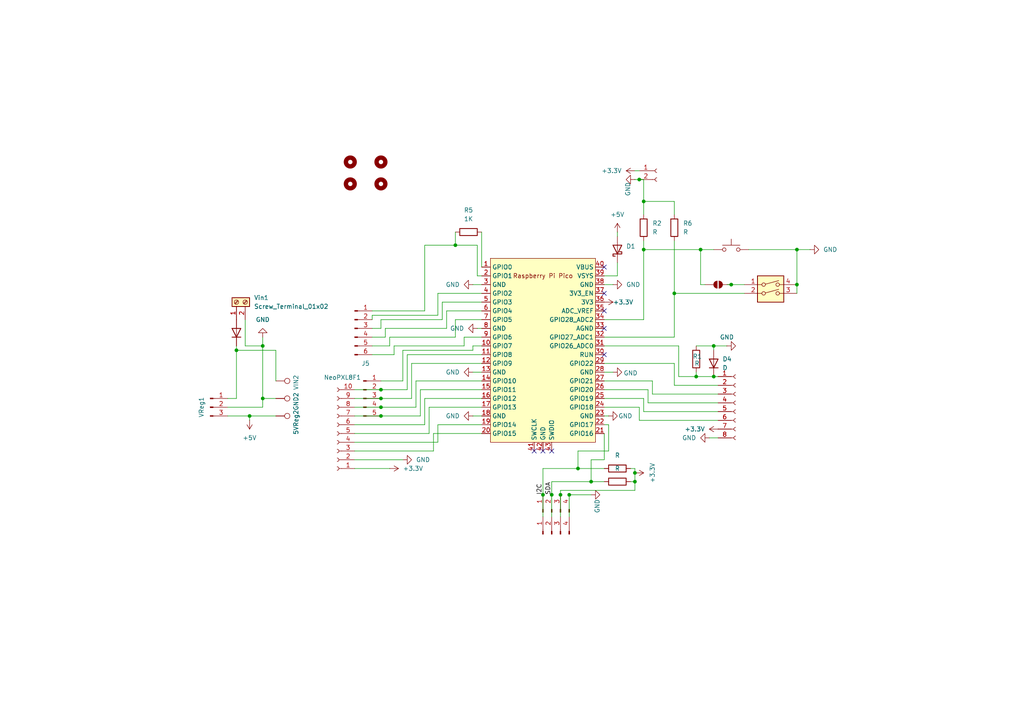
<source format=kicad_sch>
(kicad_sch (version 20250114) (generator "eeschema") (generator_version "9.0")
  (paper "A4")
  (lib_symbols
    (symbol "Connector:Conn_01x02_Socket" (pin_names (offset 1.016) (hide yes))
      (property "Reference" "J" (at 0 2.54 0))
      (property "Value" "Conn_01x02_Socket" (at 0 -5.08 0))
      (symbol "Conn_01x02_Socket_1_1"
        (polyline (pts (xy -1.27 0) (xy -0.508 0)) (stroke (width 0.1524)))
        (polyline (pts (xy -1.27 -2.54) (xy -0.508 -2.54)) (stroke (width 0.1524)))
        (arc (start 0 -0.508) (mid -0.5058 0) (end 0 0.508) (stroke (width 0.1524)))
        (arc (start 0 -3.048) (mid -0.5058 -2.54) (end 0 -2.032) (stroke (width 0.1524)))
        (pin passive line (at -5.08 0 0) (length 3.81) (name "Pin_1") (number "1"))
        (pin passive line (at -5.08 -2.54 0) (length 3.81) (name "Pin_2") (number "2"))
      )
    )
    (symbol "Connector:Conn_01x03_Pin" (pin_names (offset 1.016) (hide yes))
      (property "Reference" "J" (at 0 5.08 0))
      (property "Value" "Conn_01x03_Pin" (at 0 -5.08 0))
      (symbol "Conn_01x03_Pin_1_1"
        (rectangle (start 0.8636 2.667) (end 0 2.413) (stroke (width 0.1524)) (fill (type outline)))
        (rectangle (start 0.8636 0.127) (end 0 -0.127) (stroke (width 0.1524)) (fill (type outline)))
        (rectangle (start 0.8636 -2.413) (end 0 -2.667) (stroke (width 0.1524)) (fill (type outline)))
        (polyline (pts (xy 1.27 2.54) (xy 0.8636 2.54)) (stroke (width 0.1524)))
        (polyline (pts (xy 1.27 0) (xy 0.8636 0)) (stroke (width 0.1524)))
        (polyline (pts (xy 1.27 -2.54) (xy 0.8636 -2.54)) (stroke (width 0.1524)))
        (pin passive line (at 5.08 2.54 180) (length 3.81) (name "Pin_1") (number "1"))
        (pin passive line (at 5.08 0 180) (length 3.81) (name "Pin_2") (number "2"))
        (pin passive line (at 5.08 -2.54 180) (length 3.81) (name "Pin_3") (number "3"))
      )
    )
    (symbol "Connector:Conn_01x04_Pin" (pin_names (offset 1.016) (hide yes))
      (property "Reference" "J" (at 0 5.08 0))
      (property "Value" "Conn_01x04_Pin" (at 0 -7.62 0))
      (symbol "Conn_01x04_Pin_1_1"
        (rectangle (start 0.8636 2.667) (end 0 2.413) (stroke (width 0.1524)) (fill (type outline)))
        (rectangle (start 0.8636 0.127) (end 0 -0.127) (stroke (width 0.1524)) (fill (type outline)))
        (rectangle (start 0.8636 -2.413) (end 0 -2.667) (stroke (width 0.1524)) (fill (type outline)))
        (rectangle (start 0.8636 -4.953) (end 0 -5.207) (stroke (width 0.1524)) (fill (type outline)))
        (polyline (pts (xy 1.27 2.54) (xy 0.8636 2.54)) (stroke (width 0.1524)))
        (polyline (pts (xy 1.27 0) (xy 0.8636 0)) (stroke (width 0.1524)))
        (polyline (pts (xy 1.27 -2.54) (xy 0.8636 -2.54)) (stroke (width 0.1524)))
        (polyline (pts (xy 1.27 -5.08) (xy 0.8636 -5.08)) (stroke (width 0.1524)))
        (pin passive line (at 5.08 2.54 180) (length 3.81) (name "Pin_1") (number "1"))
        (pin passive line (at 5.08 0 180) (length 3.81) (name "Pin_2") (number "2"))
        (pin passive line (at 5.08 -2.54 180) (length 3.81) (name "Pin_3") (number "3"))
        (pin passive line (at 5.08 -5.08 180) (length 3.81) (name "Pin_4") (number "4"))
      )
    )
    (symbol "Connector:Conn_01x05_Pin" (pin_names (offset 1.016) (hide yes))
      (property "Reference" "J" (at 0 7.62 0))
      (property "Value" "Conn_01x05_Pin" (at 0 -7.62 0))
      (symbol "Conn_01x05_Pin_1_1"
        (rectangle (start 0.8636 5.207) (end 0 4.953) (stroke (width 0.1524)) (fill (type outline)))
        (rectangle (start 0.8636 2.667) (end 0 2.413) (stroke (width 0.1524)) (fill (type outline)))
        (rectangle (start 0.8636 0.127) (end 0 -0.127) (stroke (width 0.1524)) (fill (type outline)))
        (rectangle (start 0.8636 -2.413) (end 0 -2.667) (stroke (width 0.1524)) (fill (type outline)))
        (rectangle (start 0.8636 -4.953) (end 0 -5.207) (stroke (width 0.1524)) (fill (type outline)))
        (polyline (pts (xy 1.27 5.08) (xy 0.8636 5.08)) (stroke (width 0.1524)))
        (polyline (pts (xy 1.27 2.54) (xy 0.8636 2.54)) (stroke (width 0.1524)))
        (polyline (pts (xy 1.27 0) (xy 0.8636 0)) (stroke (width 0.1524)))
        (polyline (pts (xy 1.27 -2.54) (xy 0.8636 -2.54)) (stroke (width 0.1524)))
        (polyline (pts (xy 1.27 -5.08) (xy 0.8636 -5.08)) (stroke (width 0.1524)))
        (pin passive line (at 5.08 5.08 180) (length 3.81) (name "Pin_1") (number "1"))
        (pin passive line (at 5.08 2.54 180) (length 3.81) (name "Pin_2") (number "2"))
        (pin passive line (at 5.08 0 180) (length 3.81) (name "Pin_3") (number "3"))
        (pin passive line (at 5.08 -2.54 180) (length 3.81) (name "Pin_4") (number "4"))
        (pin passive line (at 5.08 -5.08 180) (length 3.81) (name "Pin_5") (number "5"))
      )
    )
    (symbol "Connector:Conn_01x06_Pin" (pin_names (offset 1.016) (hide yes))
      (property "Reference" "J" (at 0 7.62 0))
      (property "Value" "Conn_01x06_Pin" (at 0 -10.16 0))
      (symbol "Conn_01x06_Pin_1_1"
        (rectangle (start 0.8636 5.207) (end 0 4.953) (stroke (width 0.1524)) (fill (type outline)))
        (rectangle (start 0.8636 2.667) (end 0 2.413) (stroke (width 0.1524)) (fill (type outline)))
        (rectangle (start 0.8636 0.127) (end 0 -0.127) (stroke (width 0.1524)) (fill (type outline)))
        (rectangle (start 0.8636 -2.413) (end 0 -2.667) (stroke (width 0.1524)) (fill (type outline)))
        (rectangle (start 0.8636 -4.953) (end 0 -5.207) (stroke (width 0.1524)) (fill (type outline)))
        (rectangle (start 0.8636 -7.493) (end 0 -7.747) (stroke (width 0.1524)) (fill (type outline)))
        (polyline (pts (xy 1.27 5.08) (xy 0.8636 5.08)) (stroke (width 0.1524)))
        (polyline (pts (xy 1.27 2.54) (xy 0.8636 2.54)) (stroke (width 0.1524)))
        (polyline (pts (xy 1.27 0) (xy 0.8636 0)) (stroke (width 0.1524)))
        (polyline (pts (xy 1.27 -2.54) (xy 0.8636 -2.54)) (stroke (width 0.1524)))
        (polyline (pts (xy 1.27 -5.08) (xy 0.8636 -5.08)) (stroke (width 0.1524)))
        (polyline (pts (xy 1.27 -7.62) (xy 0.8636 -7.62)) (stroke (width 0.1524)))
        (pin passive line (at 5.08 5.08 180) (length 3.81) (name "Pin_1") (number "1"))
        (pin passive line (at 5.08 2.54 180) (length 3.81) (name "Pin_2") (number "2"))
        (pin passive line (at 5.08 0 180) (length 3.81) (name "Pin_3") (number "3"))
        (pin passive line (at 5.08 -2.54 180) (length 3.81) (name "Pin_4") (number "4"))
        (pin passive line (at 5.08 -5.08 180) (length 3.81) (name "Pin_5") (number "5"))
        (pin passive line (at 5.08 -7.62 180) (length 3.81) (name "Pin_6") (number "6"))
      )
    )
    (symbol "Connector:Conn_01x08_Socket" (pin_names (offset 1.016) (hide yes))
      (property "Reference" "J" (at 0 10.16 0))
      (property "Value" "Conn_01x08_Socket" (at 0 -12.7 0))
      (symbol "Conn_01x08_Socket_1_1"
        (polyline (pts (xy -1.27 7.62) (xy -0.508 7.62)) (stroke (width 0.1524)))
        (polyline (pts (xy -1.27 5.08) (xy -0.508 5.08)) (stroke (width 0.1524)))
        (polyline (pts (xy -1.27 2.54) (xy -0.508 2.54)) (stroke (width 0.1524)))
        (polyline (pts (xy -1.27 0) (xy -0.508 0)) (stroke (width 0.1524)))
        (polyline (pts (xy -1.27 -2.54) (xy -0.508 -2.54)) (stroke (width 0.1524)))
        (polyline (pts (xy -1.27 -5.08) (xy -0.508 -5.08)) (stroke (width 0.1524)))
        (polyline (pts (xy -1.27 -7.62) (xy -0.508 -7.62)) (stroke (width 0.1524)))
        (polyline (pts (xy -1.27 -10.16) (xy -0.508 -10.16)) (stroke (width 0.1524)))
        (arc (start 0 7.112) (mid -0.5058 7.62) (end 0 8.128) (stroke (width 0.1524)))
        (arc (start 0 4.572) (mid -0.5058 5.08) (end 0 5.588) (stroke (width 0.1524)))
        (arc (start 0 2.032) (mid -0.5058 2.54) (end 0 3.048) (stroke (width 0.1524)))
        (arc (start 0 -0.508) (mid -0.5058 0) (end 0 0.508) (stroke (width 0.1524)))
        (arc (start 0 -3.048) (mid -0.5058 -2.54) (end 0 -2.032) (stroke (width 0.1524)))
        (arc (start 0 -5.588) (mid -0.5058 -5.08) (end 0 -4.572) (stroke (width 0.1524)))
        (arc (start 0 -8.128) (mid -0.5058 -7.62) (end 0 -7.112) (stroke (width 0.1524)))
        (arc (start 0 -10.668) (mid -0.5058 -10.16) (end 0 -9.652) (stroke (width 0.1524)))
        (pin passive line (at -5.08 7.62 0) (length 3.81) (name "Pin_1") (number "1"))
        (pin passive line (at -5.08 5.08 0) (length 3.81) (name "Pin_2") (number "2"))
        (pin passive line (at -5.08 2.54 0) (length 3.81) (name "Pin_3") (number "3"))
        (pin passive line (at -5.08 0 0) (length 3.81) (name "Pin_4") (number "4"))
        (pin passive line (at -5.08 -2.54 0) (length 3.81) (name "Pin_5") (number "5"))
        (pin passive line (at -5.08 -5.08 0) (length 3.81) (name "Pin_6") (number "6"))
        (pin passive line (at -5.08 -7.62 0) (length 3.81) (name "Pin_7") (number "7"))
        (pin passive line (at -5.08 -10.16 0) (length 3.81) (name "Pin_8") (number "8"))
      )
    )
    (symbol "Connector:Conn_01x10_Socket" (pin_names (offset 1.016) (hide yes))
      (property "Reference" "J" (at 0 12.7 0))
      (property "Value" "Conn_01x10_Socket" (at 0 -15.24 0))
      (symbol "Conn_01x10_Socket_1_1"
        (polyline (pts (xy -1.27 10.16) (xy -0.508 10.16)) (stroke (width 0.1524)))
        (polyline (pts (xy -1.27 7.62) (xy -0.508 7.62)) (stroke (width 0.1524)))
        (polyline (pts (xy -1.27 5.08) (xy -0.508 5.08)) (stroke (width 0.1524)))
        (polyline (pts (xy -1.27 2.54) (xy -0.508 2.54)) (stroke (width 0.1524)))
        (polyline (pts (xy -1.27 0) (xy -0.508 0)) (stroke (width 0.1524)))
        (polyline (pts (xy -1.27 -2.54) (xy -0.508 -2.54)) (stroke (width 0.1524)))
        (polyline (pts (xy -1.27 -5.08) (xy -0.508 -5.08)) (stroke (width 0.1524)))
        (polyline (pts (xy -1.27 -7.62) (xy -0.508 -7.62)) (stroke (width 0.1524)))
        (polyline (pts (xy -1.27 -10.16) (xy -0.508 -10.16)) (stroke (width 0.1524)))
        (polyline (pts (xy -1.27 -12.7) (xy -0.508 -12.7)) (stroke (width 0.1524)))
        (arc (start 0 9.652) (mid -0.5058 10.16) (end 0 10.668) (stroke (width 0.1524)))
        (arc (start 0 7.112) (mid -0.5058 7.62) (end 0 8.128) (stroke (width 0.1524)))
        (arc (start 0 4.572) (mid -0.5058 5.08) (end 0 5.588) (stroke (width 0.1524)))
        (arc (start 0 2.032) (mid -0.5058 2.54) (end 0 3.048) (stroke (width 0.1524)))
        (arc (start 0 -0.508) (mid -0.5058 0) (end 0 0.508) (stroke (width 0.1524)))
        (arc (start 0 -3.048) (mid -0.5058 -2.54) (end 0 -2.032) (stroke (width 0.1524)))
        (arc (start 0 -5.588) (mid -0.5058 -5.08) (end 0 -4.572) (stroke (width 0.1524)))
        (arc (start 0 -8.128) (mid -0.5058 -7.62) (end 0 -7.112) (stroke (width 0.1524)))
        (arc (start 0 -10.668) (mid -0.5058 -10.16) (end 0 -9.652) (stroke (width 0.1524)))
        (arc (start 0 -13.208) (mid -0.5058 -12.7) (end 0 -12.192) (stroke (width 0.1524)))
        (pin passive line (at -5.08 10.16 0) (length 3.81) (name "Pin_1") (number "1"))
        (pin passive line (at -5.08 7.62 0) (length 3.81) (name "Pin_2") (number "2"))
        (pin passive line (at -5.08 5.08 0) (length 3.81) (name "Pin_3") (number "3"))
        (pin passive line (at -5.08 2.54 0) (length 3.81) (name "Pin_4") (number "4"))
        (pin passive line (at -5.08 0 0) (length 3.81) (name "Pin_5") (number "5"))
        (pin passive line (at -5.08 -2.54 0) (length 3.81) (name "Pin_6") (number "6"))
        (pin passive line (at -5.08 -5.08 0) (length 3.81) (name "Pin_7") (number "7"))
        (pin passive line (at -5.08 -7.62 0) (length 3.81) (name "Pin_8") (number "8"))
        (pin passive line (at -5.08 -10.16 0) (length 3.81) (name "Pin_9") (number "9"))
        (pin passive line (at -5.08 -12.7 0) (length 3.81) (name "Pin_10") (number "10"))
      )
    )
    (symbol "Connector:Screw_Terminal_01x02" (pin_names (offset 1.016) (hide yes))
      (property "Reference" "J" (at 0 2.54 0))
      (property "Value" "Screw_Terminal_01x02" (at 0 -5.08 0))
      (symbol "Screw_Terminal_01x02_1_1"
        (rectangle (start -1.27 1.27) (end 1.27 -3.81) (stroke (width 0.254)) (fill (type background)))
        (polyline (pts (xy -0.5334 0.3302) (xy 0.3302 -0.508)) (stroke (width 0.1524)))
        (polyline (pts (xy -0.5334 -2.2098) (xy 0.3302 -3.048)) (stroke (width 0.1524)))
        (polyline (pts (xy -0.3556 0.508) (xy 0.508 -0.3302)) (stroke (width 0.1524)))
        (polyline (pts (xy -0.3556 -2.032) (xy 0.508 -2.8702)) (stroke (width 0.1524)))
        (circle (center 0 0) (radius 0.635) (stroke (width 0.1524)))
        (circle (center 0 -2.54) (radius 0.635) (stroke (width 0.1524)))
        (pin passive line (at -5.08 0 0) (length 3.81) (name "Pin_1") (number "1"))
        (pin passive line (at -5.08 -2.54 0) (length 3.81) (name "Pin_2") (number "2"))
      )
    )
    (symbol "Connector:TestPoint" (pin_numbers (hide yes)) (pin_names (offset 0.762) (hide yes))
      (property "Reference" "TP" (at 0 6.858 0))
      (property "Value" "TestPoint" (at 0 5.08 0))
      (symbol "TestPoint_0_1"
        (circle (center 0 3.302) (radius 0.762))
      )
      (symbol "TestPoint_1_1"
        (pin passive line (at 0 0 90) (length 2.54) (name "1") (number "1"))
      )
    )
    (symbol "Device:D" (pin_numbers (hide yes)) (pin_names (offset 1.016) (hide yes))
      (property "Reference" "D" (at 0 2.54 0))
      (property "Value" "D" (at 0 -2.54 0))
      (symbol "D_0_1"
        (polyline (pts (xy -1.27 1.27) (xy -1.27 -1.27)) (stroke (width 0.254)))
        (polyline (pts (xy 1.27 1.27) (xy 1.27 -1.27) (xy -1.27 0) (xy 1.27 1.27)) (stroke (width 0.254)))
        (polyline (pts (xy 1.27 0) (xy -1.27 0)))
      )
      (symbol "D_1_1"
        (pin passive line (at -3.81 0 0) (length 2.54) (name "K") (number "1"))
        (pin passive line (at 3.81 0 180) (length 2.54) (name "A") (number "2"))
      )
    )
    (symbol "Device:D_Schottky" (pin_numbers (hide yes)) (pin_names (offset 1.016) (hide yes))
      (property "Reference" "D" (at 0 2.54 0))
      (property "Value" "D_Schottky" (at 0 -2.54 0))
      (symbol "D_Schottky_0_1"
        (polyline (pts (xy -1.905 0.635) (xy -1.905 1.27) (xy -1.27 1.27) (xy -1.27 -1.27) (xy -0.635 -1.27) (xy -0.635 -0.635)) (stroke (width 0.254)))
        (polyline (pts (xy 1.27 1.27) (xy 1.27 -1.27) (xy -1.27 0) (xy 1.27 1.27)) (stroke (width 0.254)))
        (polyline (pts (xy 1.27 0) (xy -1.27 0)))
      )
      (symbol "D_Schottky_1_1"
        (pin passive line (at -3.81 0 0) (length 2.54) (name "K") (number "1"))
        (pin passive line (at 3.81 0 180) (length 2.54) (name "A") (number "2"))
      )
    )
    (symbol "Device:R" (pin_numbers (hide yes)) (pin_names (offset 0))
      (property "Reference" "R" (at 2.032 0 90))
      (property "Value" "R" (at 0 0 90))
      (symbol "R_0_1"
        (rectangle (start -1.016 -2.54) (end 1.016 2.54) (stroke (width 0.254)))
      )
      (symbol "R_1_1"
        (pin passive line (at 0 3.81 270) (length 1.27) (name "~") (number "1"))
        (pin passive line (at 0 -3.81 90) (length 1.27) (name "~") (number "2"))
      )
    )
    (symbol "Jumper:SolderJumper_2_Open" (pin_numbers (hide yes)) (pin_names (offset 0) (hide yes)) (exclude_from_sim yes) (in_bom no)
      (property "Reference" "JP" (at 0 2.032 0))
      (property "Value" "SolderJumper_2_Open" (at 0 -2.54 0))
      (symbol "SolderJumper_2_Open_0_1"
        (polyline (pts (xy -0.254 1.016) (xy -0.254 -1.016)))
        (arc (start -0.254 -1.016) (mid -1.2656 0) (end -0.254 1.016))
        (arc (start -0.254 -1.016) (mid -1.2656 0) (end -0.254 1.016) (fill (type outline)))
        (arc (start 0.254 1.016) (mid 1.2656 0) (end 0.254 -1.016))
        (arc (start 0.254 1.016) (mid 1.2656 0) (end 0.254 -1.016) (fill (type outline)))
        (polyline (pts (xy 0.254 1.016) (xy 0.254 -1.016)))
      )
      (symbol "SolderJumper_2_Open_1_1"
        (pin passive line (at -3.81 0 0) (length 2.54) (name "A") (number "1"))
        (pin passive line (at 3.81 0 180) (length 2.54) (name "B") (number "2"))
      )
    )
    (symbol "Mechanical:MountingHole" (pin_names (offset 1.016)) (exclude_from_sim yes) (in_bom no)
      (property "Reference" "H" (at 0 5.08 0))
      (property "Value" "MountingHole" (at 0 3.175 0))
      (symbol "MountingHole_0_1"
        (circle (center 0 0) (radius 1.27) (stroke (width 1.27)))
      )
    )
    (symbol "Switch:SW_DIP_x02" (pin_names (offset 0) (hide yes))
      (property "Reference" "SW" (at 0 6.35 0))
      (property "Value" "SW_DIP_x02" (at 0 -3.81 0))
      (symbol "SW_DIP_x02_0_0"
        (circle (center -2.032 2.54) (radius 0.508))
        (circle (center -2.032 0) (radius 0.508))
        (polyline (pts (xy -1.524 2.667) (xy 2.3622 3.7084)))
        (polyline (pts (xy -1.524 0.127) (xy 2.3622 1.1684)))
        (circle (center 2.032 2.54) (radius 0.508))
        (circle (center 2.032 0) (radius 0.508))
      )
      (symbol "SW_DIP_x02_0_1"
        (rectangle (start -3.81 5.08) (end 3.81 -2.54) (stroke (width 0.254)) (fill (type background)))
      )
      (symbol "SW_DIP_x02_1_1"
        (pin passive line (at -7.62 2.54 0) (length 5.08) (name "~") (number "1"))
        (pin passive line (at -7.62 0 0) (length 5.08) (name "~") (number "2"))
        (pin passive line (at 7.62 2.54 180) (length 5.08) (name "~") (number "4"))
        (pin passive line (at 7.62 0 180) (length 5.08) (name "~") (number "3"))
      )
    )
    (symbol "Switch:SW_Push" (pin_numbers (hide yes)) (pin_names (offset 1.016) (hide yes))
      (property "Reference" "SW" (at 1.27 2.54 0))
      (property "Value" "SW_Push" (at 0 -1.524 0))
      (symbol "SW_Push_0_1"
        (circle (center -2.032 0) (radius 0.508))
        (polyline (pts (xy 0 1.27) (xy 0 3.048)))
        (circle (center 2.032 0) (radius 0.508))
        (polyline (pts (xy 2.54 1.27) (xy -2.54 1.27)))
        (pin passive line (at -5.08 0 0) (length 2.54) (name "1") (number "1"))
        (pin passive line (at 5.08 0 180) (length 2.54) (name "2") (number "2"))
      )
    )
    (symbol "pico:Pico"
      (property "Reference" "U" (at -13.97 27.94 0))
      (property "Value" "Pico" (at 0 19.05 0))
      (symbol "Pico_0_0"
        (text "Raspberry Pi Pico" (at 0 21.59 0) (effects (font (size 1.27 1.27))))
      )
      (symbol "Pico_0_1"
        (rectangle (start -15.24 26.67) (end 15.24 -26.67) (fill (type background)))
      )
      (symbol "Pico_1_1"
        (pin bidirectional line (at -17.78 24.13 0) (length 2.54) (name "GPIO0") (number "1"))
        (pin bidirectional line (at -17.78 21.59 0) (length 2.54) (name "GPIO1") (number "2"))
        (pin power_in line (at -17.78 19.05 0) (length 2.54) (name "GND") (number "3"))
        (pin bidirectional line (at -17.78 16.51 0) (length 2.54) (name "GPIO2") (number "4"))
        (pin bidirectional line (at -17.78 13.97 0) (length 2.54) (name "GPIO3") (number "5"))
        (pin bidirectional line (at -17.78 11.43 0) (length 2.54) (name "GPIO4") (number "6"))
        (pin bidirectional line (at -17.78 8.89 0) (length 2.54) (name "GPIO5") (number "7"))
        (pin power_in line (at -17.78 6.35 0) (length 2.54) (name "GND") (number "8"))
        (pin bidirectional line (at -17.78 3.81 0) (length 2.54) (name "GPIO6") (number "9"))
        (pin bidirectional line (at -17.78 1.27 0) (length 2.54) (name "GPIO7") (number "10"))
        (pin bidirectional line (at -17.78 -1.27 0) (length 2.54) (name "GPIO8") (number "11"))
        (pin bidirectional line (at -17.78 -3.81 0) (length 2.54) (name "GPIO9") (number "12"))
        (pin power_in line (at -17.78 -6.35 0) (length 2.54) (name "GND") (number "13"))
        (pin bidirectional line (at -17.78 -8.89 0) (length 2.54) (name "GPIO10") (number "14"))
        (pin bidirectional line (at -17.78 -11.43 0) (length 2.54) (name "GPIO11") (number "15"))
        (pin bidirectional line (at -17.78 -13.97 0) (length 2.54) (name "GPIO12") (number "16"))
        (pin bidirectional line (at -17.78 -16.51 0) (length 2.54) (name "GPIO13") (number "17"))
        (pin power_in line (at -17.78 -19.05 0) (length 2.54) (name "GND") (number "18"))
        (pin bidirectional line (at -17.78 -21.59 0) (length 2.54) (name "GPIO14") (number "19"))
        (pin bidirectional line (at -17.78 -24.13 0) (length 2.54) (name "GPIO15") (number "20"))
        (pin input line (at -2.54 -29.21 90) (length 2.54) (name "SWCLK") (number "41"))
        (pin power_in line (at 0 -29.21 90) (length 2.54) (name "GND") (number "42"))
        (pin bidirectional line (at 2.54 -29.21 90) (length 2.54) (name "SWDIO") (number "43"))
        (pin power_in line (at 17.78 24.13 180) (length 2.54) (name "VBUS") (number "40"))
        (pin power_in line (at 17.78 21.59 180) (length 2.54) (name "VSYS") (number "39"))
        (pin bidirectional line (at 17.78 19.05 180) (length 2.54) (name "GND") (number "38"))
        (pin input line (at 17.78 16.51 180) (length 2.54) (name "3V3_EN") (number "37"))
        (pin power_in line (at 17.78 13.97 180) (length 2.54) (name "3V3") (number "36"))
        (pin power_in line (at 17.78 11.43 180) (length 2.54) (name "ADC_VREF") (number "35"))
        (pin bidirectional line (at 17.78 8.89 180) (length 2.54) (name "GPIO28_ADC2") (number "34"))
        (pin power_in line (at 17.78 6.35 180) (length 2.54) (name "AGND") (number "33"))
        (pin bidirectional line (at 17.78 3.81 180) (length 2.54) (name "GPIO27_ADC1") (number "32"))
        (pin bidirectional line (at 17.78 1.27 180) (length 2.54) (name "GPIO26_ADC0") (number "31"))
        (pin input line (at 17.78 -1.27 180) (length 2.54) (name "RUN") (number "30"))
        (pin bidirectional line (at 17.78 -3.81 180) (length 2.54) (name "GPIO22") (number "29"))
        (pin power_in line (at 17.78 -6.35 180) (length 2.54) (name "GND") (number "28"))
        (pin bidirectional line (at 17.78 -8.89 180) (length 2.54) (name "GPIO21") (number "27"))
        (pin bidirectional line (at 17.78 -11.43 180) (length 2.54) (name "GPIO20") (number "26"))
        (pin bidirectional line (at 17.78 -13.97 180) (length 2.54) (name "GPIO19") (number "25"))
        (pin bidirectional line (at 17.78 -16.51 180) (length 2.54) (name "GPIO18") (number "24"))
        (pin power_in line (at 17.78 -19.05 180) (length 2.54) (name "GND") (number "23"))
        (pin bidirectional line (at 17.78 -21.59 180) (length 2.54) (name "GPIO17") (number "22"))
        (pin bidirectional line (at 17.78 -24.13 180) (length 2.54) (name "GPIO16") (number "21"))
      )
    )
    (symbol "power:+3.3V" (power) (pin_numbers (hide yes)) (pin_names (offset 0) (hide yes))
      (property "Value" "+3.3V" (at 0 3.556 0))
      (symbol "+3.3V_0_1"
        (polyline (pts (xy -0.762 1.27) (xy 0 2.54)))
        (polyline (pts (xy 0 2.54) (xy 0.762 1.27)))
        (polyline (pts (xy 0 0) (xy 0 2.54)))
      )
      (symbol "+3.3V_1_1"
        (pin power_in line (at 0 0 90) (length 0) (name "~") (number "1"))
      )
    )
    (symbol "power:+5V" (power) (pin_numbers (hide yes)) (pin_names (offset 0) (hide yes))
      (property "Value" "+5V" (at 0 3.556 0))
      (symbol "+5V_0_1"
        (polyline (pts (xy -0.762 1.27) (xy 0 2.54)))
        (polyline (pts (xy 0 2.54) (xy 0.762 1.27)))
        (polyline (pts (xy 0 0) (xy 0 2.54)))
      )
      (symbol "+5V_1_1"
        (pin power_in line (at 0 0 90) (length 0) (name "~") (number "1"))
      )
    )
    (symbol "power:GND" (power) (pin_numbers (hide yes)) (pin_names (offset 0) (hide yes))
      (property "Value" "GND" (at 0 -3.81 0))
      (symbol "GND_0_1"
        (polyline (pts (xy 0 0) (xy 0 -1.27) (xy 1.27 -1.27) (xy 0 -2.54) (xy -1.27 -1.27) (xy 0 -1.27)))
      )
      (symbol "GND_1_1"
        (pin power_in line (at 0 0 270) (length 0) (name "~") (number "1"))
      )
    )
  )
  (junction (at 110.49 115.57))
  (junction (at 231.14 82.55))
  (junction (at 171.45 139.7))
  (junction (at 185.42 52.07))
  (junction (at 72.39 120.65))
  (junction (at 207.01 100.33))
  (junction (at 68.58 101.6))
  (junction (at 165.1 143.51))
  (junction (at 110.49 118.11))
  (junction (at 162.56 143.51))
  (junction (at 160.02 143.51))
  (junction (at 167.64 135.89))
  (junction (at 76.2 100.33))
  (junction (at 201.93 109.22))
  (junction (at 110.49 120.65))
  (junction (at 195.58 85.09))
  (junction (at 76.2 115.57))
  (junction (at 110.49 113.03))
  (junction (at 184.15 137.16))
  (junction (at 132.08 71.12))
  (junction (at 157.48 143.51))
  (junction (at 186.69 58.42))
  (junction (at 186.69 72.39))
  (junction (at 231.14 72.39))
  (junction (at 203.2 72.39))
  (junction (at 184.15 139.7))
  (junction (at 212.09 82.55))
  (junction (at 207.01 109.22))
  (no_connect (at 160.02 130.81))
  (no_connect (at 154.94 130.81))
  (no_connect (at 157.48 130.81))
  (no_connect (at 175.26 90.17))
  (no_connect (at 175.26 102.87))
  (no_connect (at 175.26 85.09))
  (no_connect (at 175.26 77.47))
  (no_connect (at 175.26 95.25))
  (wire (pts (xy 175.26 82.55) (xy 177.8 82.55)))
  (wire (pts (xy 137.16 101.6) (xy 137.16 100.33)))
  (wire (pts (xy 186.69 52.07) (xy 186.69 58.42)))
  (wire (pts (xy 127 85.09) (xy 127 91.44)))
  (wire (pts (xy 184.15 139.7) (xy 184.15 142.24)))
  (wire (pts (xy 201.93 109.22) (xy 207.01 109.22)))
  (wire (pts (xy 175.26 118.11) (xy 185.42 118.11)))
  (wire (pts (xy 184.15 135.89) (xy 184.15 137.16)))
  (wire (pts (xy 132.08 92.71) (xy 139.7 92.71)))
  (wire (pts (xy 118.11 102.87) (xy 139.7 102.87)))
  (wire (pts (xy 184.15 52.07) (xy 185.42 52.07)))
  (wire (pts (xy 114.3 100.33) (xy 114.3 102.87)))
  (wire (pts (xy 201.93 107.95) (xy 201.93 109.22)))
  (wire (pts (xy 129.54 90.17) (xy 139.7 90.17)))
  (wire (pts (xy 123.19 123.19) (xy 123.19 115.57)))
  (wire (pts (xy 187.96 113.03) (xy 175.26 113.03)))
  (wire (pts (xy 66.04 118.11) (xy 76.2 118.11)))
  (wire (pts (xy 203.2 82.55) (xy 204.47 82.55)))
  (wire (pts (xy 189.23 114.3) (xy 208.28 114.3)))
  (wire (pts (xy 162.56 142.24) (xy 162.56 143.51)))
  (wire (pts (xy 176.53 123.19) (xy 176.53 130.81)))
  (wire (pts (xy 110.49 118.11) (xy 120.65 118.11)))
  (wire (pts (xy 128.27 92.71) (xy 128.27 87.63)))
  (wire (pts (xy 102.87 120.65) (xy 110.49 120.65)))
  (wire (pts (xy 134.62 97.79) (xy 139.7 97.79)))
  (wire (pts (xy 139.7 67.31) (xy 139.7 77.47)))
  (wire (pts (xy 138.43 71.12) (xy 132.08 71.12)))
  (wire (pts (xy 71.12 92.71) (xy 71.12 100.33)))
  (wire (pts (xy 162.56 143.51) (xy 162.56 149.86)))
  (wire (pts (xy 72.39 120.65) (xy 72.39 121.92)))
  (wire (pts (xy 138.43 80.01) (xy 138.43 71.12)))
  (wire (pts (xy 137.16 82.55) (xy 139.7 82.55)))
  (wire (pts (xy 113.03 97.79) (xy 113.03 100.33)))
  (wire (pts (xy 187.96 116.84) (xy 208.28 116.84)))
  (wire (pts (xy 195.58 105.41) (xy 195.58 111.76)))
  (wire (pts (xy 121.92 113.03) (xy 139.7 113.03)))
  (wire (pts (xy 179.07 67.31) (xy 179.07 68.58)))
  (wire (pts (xy 119.38 115.57) (xy 119.38 105.41)))
  (wire (pts (xy 195.58 58.42) (xy 186.69 58.42)))
  (wire (pts (xy 134.62 100.33) (xy 114.3 100.33)))
  (wire (pts (xy 102.87 123.19) (xy 123.19 123.19)))
  (wire (pts (xy 189.23 114.3) (xy 189.23 110.49)))
  (wire (pts (xy 195.58 62.23) (xy 195.58 58.42)))
  (wire (pts (xy 102.87 118.11) (xy 110.49 118.11)))
  (wire (pts (xy 186.69 72.39) (xy 203.2 72.39)))
  (wire (pts (xy 201.93 100.33) (xy 207.01 100.33)))
  (wire (pts (xy 107.95 90.17) (xy 123.19 90.17)))
  (wire (pts (xy 107.95 91.44) (xy 107.95 92.71)))
  (wire (pts (xy 179.07 76.2) (xy 179.07 80.01)))
  (wire (pts (xy 186.69 119.38) (xy 208.28 119.38)))
  (wire (pts (xy 120.65 110.49) (xy 139.7 110.49)))
  (wire (pts (xy 175.26 133.35) (xy 171.45 133.35)))
  (wire (pts (xy 160.02 139.7) (xy 160.02 143.51)))
  (wire (pts (xy 123.19 71.12) (xy 123.19 90.17)))
  (wire (pts (xy 137.16 120.65) (xy 139.7 120.65)))
  (wire (pts (xy 175.26 105.41) (xy 195.58 105.41)))
  (wire (pts (xy 72.39 120.65) (xy 80.01 120.65)))
  (wire (pts (xy 125.73 125.73) (xy 139.7 125.73)))
  (wire (pts (xy 186.69 119.38) (xy 186.69 115.57)))
  (wire (pts (xy 185.42 118.11) (xy 185.42 121.92)))
  (wire (pts (xy 111.76 95.25) (xy 111.76 97.79)))
  (wire (pts (xy 187.96 116.84) (xy 187.96 113.03)))
  (wire (pts (xy 175.26 100.33) (xy 196.85 100.33)))
  (wire (pts (xy 210.82 100.33) (xy 207.01 100.33)))
  (wire (pts (xy 80.01 110.49) (xy 80.01 101.6)))
  (wire (pts (xy 203.2 72.39) (xy 203.2 82.55)))
  (wire (pts (xy 116.84 101.6) (xy 116.84 110.49)))
  (wire (pts (xy 123.19 115.57) (xy 139.7 115.57)))
  (wire (pts (xy 137.16 100.33) (xy 139.7 100.33)))
  (wire (pts (xy 132.08 97.79) (xy 132.08 92.71)))
  (wire (pts (xy 171.45 133.35) (xy 171.45 139.7)))
  (wire (pts (xy 186.69 69.85) (xy 186.69 72.39)))
  (wire (pts (xy 157.48 143.51) (xy 157.48 149.86)))
  (wire (pts (xy 110.49 115.57) (xy 119.38 115.57)))
  (wire (pts (xy 175.26 135.89) (xy 167.64 135.89)))
  (wire (pts (xy 184.15 142.24) (xy 162.56 142.24)))
  (wire (pts (xy 195.58 69.85) (xy 195.58 85.09)))
  (wire (pts (xy 128.27 87.63) (xy 139.7 87.63)))
  (wire (pts (xy 113.03 100.33) (xy 107.95 100.33)))
  (wire (pts (xy 76.2 118.11) (xy 76.2 115.57)))
  (wire (pts (xy 160.02 143.51) (xy 160.02 149.86)))
  (wire (pts (xy 110.49 120.65) (xy 121.92 120.65)))
  (wire (pts (xy 231.14 72.39) (xy 234.95 72.39)))
  (wire (pts (xy 68.58 101.6) (xy 68.58 115.57)))
  (wire (pts (xy 66.04 115.57) (xy 68.58 115.57)))
  (wire (pts (xy 76.2 115.57) (xy 80.01 115.57)))
  (wire (pts (xy 231.14 72.39) (xy 231.14 82.55)))
  (wire (pts (xy 175.26 92.71) (xy 186.69 92.71)))
  (wire (pts (xy 171.45 139.7) (xy 160.02 139.7)))
  (wire (pts (xy 217.17 72.39) (xy 231.14 72.39)))
  (wire (pts (xy 167.64 135.89) (xy 157.48 135.89)))
  (wire (pts (xy 118.11 113.03) (xy 118.11 102.87)))
  (wire (pts (xy 182.88 139.7) (xy 184.15 139.7)))
  (wire (pts (xy 116.84 110.49) (xy 110.49 110.49)))
  (wire (pts (xy 139.7 80.01) (xy 138.43 80.01)))
  (wire (pts (xy 102.87 113.03) (xy 110.49 113.03)))
  (wire (pts (xy 195.58 111.76) (xy 208.28 111.76)))
  (wire (pts (xy 129.54 95.25) (xy 129.54 90.17)))
  (wire (pts (xy 110.49 92.71) (xy 110.49 95.25)))
  (wire (pts (xy 175.26 97.79) (xy 195.58 97.79)))
  (wire (pts (xy 132.08 97.79) (xy 113.03 97.79)))
  (wire (pts (xy 203.2 72.39) (xy 207.01 72.39)))
  (wire (pts (xy 196.85 100.33) (xy 196.85 109.22)))
  (wire (pts (xy 128.27 92.71) (xy 110.49 92.71)))
  (wire (pts (xy 127 91.44) (xy 107.95 91.44)))
  (wire (pts (xy 186.69 52.07) (xy 185.42 52.07)))
  (wire (pts (xy 165.1 143.51) (xy 171.45 143.51)))
  (wire (pts (xy 175.26 123.19) (xy 176.53 123.19)))
  (wire (pts (xy 231.14 82.55) (xy 231.14 85.09)))
  (wire (pts (xy 123.19 71.12) (xy 132.08 71.12)))
  (wire (pts (xy 186.69 58.42) (xy 186.69 62.23)))
  (wire (pts (xy 184.15 49.53) (xy 185.42 49.53)))
  (wire (pts (xy 80.01 101.6) (xy 68.58 101.6)))
  (wire (pts (xy 196.85 109.22) (xy 201.93 109.22)))
  (wire (pts (xy 116.84 101.6) (xy 137.16 101.6)))
  (wire (pts (xy 212.09 82.55) (xy 215.9 82.55)))
  (wire (pts (xy 134.62 100.33) (xy 134.62 97.79)))
  (wire (pts (xy 210.82 82.55) (xy 212.09 82.55)))
  (wire (pts (xy 121.92 120.65) (xy 121.92 113.03)))
  (wire (pts (xy 139.7 85.09) (xy 127 85.09)))
  (wire (pts (xy 182.88 135.89) (xy 184.15 135.89)))
  (wire (pts (xy 139.7 123.19) (xy 127 123.19)))
  (wire (pts (xy 132.08 71.12) (xy 132.08 67.31)))
  (wire (pts (xy 66.04 120.65) (xy 72.39 120.65)))
  (wire (pts (xy 129.54 95.25) (xy 111.76 95.25)))
  (wire (pts (xy 127 123.19) (xy 127 128.27)))
  (wire (pts (xy 76.2 100.33) (xy 76.2 115.57)))
  (wire (pts (xy 102.87 130.81) (xy 125.73 130.81)))
  (wire (pts (xy 175.26 125.73) (xy 175.26 133.35)))
  (wire (pts (xy 119.38 105.41) (xy 139.7 105.41)))
  (wire (pts (xy 179.07 80.01) (xy 175.26 80.01)))
  (wire (pts (xy 207.01 101.6) (xy 207.01 100.33)))
  (wire (pts (xy 102.87 115.57) (xy 110.49 115.57)))
  (wire (pts (xy 102.87 133.35) (xy 116.84 133.35)))
  (wire (pts (xy 102.87 135.89) (xy 113.03 135.89)))
  (wire (pts (xy 71.12 100.33) (xy 76.2 100.33)))
  (wire (pts (xy 165.1 143.51) (xy 165.1 149.86)))
  (wire (pts (xy 186.69 92.71) (xy 186.69 72.39)))
  (wire (pts (xy 167.64 130.81) (xy 167.64 135.89)))
  (wire (pts (xy 175.26 120.65) (xy 176.53 120.65)))
  (wire (pts (xy 76.2 97.79) (xy 76.2 100.33)))
  (wire (pts (xy 195.58 85.09) (xy 195.58 97.79)))
  (wire (pts (xy 125.73 130.81) (xy 125.73 125.73)))
  (wire (pts (xy 124.46 125.73) (xy 124.46 118.11)))
  (wire (pts (xy 185.42 121.92) (xy 208.28 121.92)))
  (wire (pts (xy 111.76 97.79) (xy 107.95 97.79)))
  (wire (pts (xy 205.74 127) (xy 208.28 127)))
  (wire (pts (xy 110.49 95.25) (xy 107.95 95.25)))
  (wire (pts (xy 138.43 95.25) (xy 139.7 95.25)))
  (wire (pts (xy 189.23 110.49) (xy 175.26 110.49)))
  (wire (pts (xy 175.26 139.7) (xy 171.45 139.7)))
  (wire (pts (xy 186.69 115.57) (xy 175.26 115.57)))
  (wire (pts (xy 102.87 128.27) (xy 127 128.27)))
  (wire (pts (xy 114.3 102.87) (xy 107.95 102.87)))
  (wire (pts (xy 110.49 113.03) (xy 118.11 113.03)))
  (wire (pts (xy 176.53 130.81) (xy 167.64 130.81)))
  (wire (pts (xy 102.87 125.73) (xy 124.46 125.73)))
  (wire (pts (xy 120.65 118.11) (xy 120.65 110.49)))
  (wire (pts (xy 175.26 107.95) (xy 177.8 107.95)))
  (wire (pts (xy 184.15 139.7) (xy 184.15 137.16)))
  (wire (pts (xy 124.46 118.11) (xy 139.7 118.11)))
  (wire (pts (xy 207.01 109.22) (xy 208.28 109.22)))
  (wire (pts (xy 157.48 135.89) (xy 157.48 143.51)))
  (wire (pts (xy 68.58 100.33) (xy 68.58 101.6)))
  (wire (pts (xy 137.16 107.95) (xy 139.7 107.95)))
  (wire (pts (xy 195.58 85.09) (xy 215.9 85.09)))
  (label "SDA" (at 160.02 143.51 90))
  (label "I2C" (at 157.48 143.51 90))
  (symbol (lib_id "power:GND") (at 137.16 120.65 270) (unit 1)
    (property "Reference" "#PWR015" (effects (hide yes)))
    (property "Value" "GND" (at 133.35 120.6499 90) (effects (justify right)))
    (property "Description" "Power symbol creates a global label with name \"GND\" , ground" (effects (hide yes)))
  )
  (symbol (lib_id "power:+3.3V") (at 208.28 124.46 90) (unit 1)
    (property "Reference" "#PWR021" (effects (hide yes)))
    (property "Value" "+3.3V" (at 204.47 124.4599 90) (effects (justify left)))
    (property "Description" "Power symbol creates a global label with name \"+3.3V\"" (effects (hide yes)))
  )
  (symbol (lib_id "Connector:Conn_01x04_Pin") (at 160.02 148.59 90) (unit 1)
    (property "Reference" "I2C1" (effects (hide yes)))
    (property "Value" "Conn_01x04_Pin" (effects (hide yes)))
    (property "Footprint" "Connector_PinHeader_2.54mm:PinHeader_1x04_P2.54mm_Vertical" (effects (hide yes)))
    (property "Description" "Generic connector, single row, 01x04, script generated" (effects (hide yes)))
  )
  (symbol (lib_id "Connector:Conn_01x06_Pin") (at 102.87 95.25 0) (unit 1)
    (property "Reference" "J1" (effects (hide yes)))
    (property "Value" "Conn_01x06_Pin" (effects (hide yes)))
    (property "Footprint" "Connector_PinHeader_2.54mm:PinHeader_1x06_P2.54mm_Vertical" (effects (hide yes)))
    (property "Description" "Generic connector, single row, 01x06, script generated" (effects (hide yes)))
  )
  (symbol (lib_id "power:GND") (at 205.74 127 270) (unit 1)
    (property "Reference" "#PWR01" (effects (hide yes)))
    (property "Value" "GND" (at 201.93 126.9999 90) (effects (justify right)))
    (property "Description" "Power symbol creates a global label with name \"GND\" , ground" (effects (hide yes)))
  )
  (symbol (lib_id "Mechanical:MountingHole") (at 110.49 46.99 0) (unit 1) (exclude_from_sim yes) (in_bom no)
    (property "Reference" "H2" (effects (hide yes)))
    (property "Value" "MountingHole" (effects (hide yes)))
    (property "Footprint" "MountingHole:MountingHole_3.2mm_M3" (effects (hide yes)))
    (property "Description" "Mounting Hole without connection" (effects (hide yes)))
  )
  (symbol (lib_id "Connector:Conn_01x05_Pin") (at 105.41 115.57 0) (unit 1)
    (property "Reference" "J5" (at 106.045 105.41 0))
    (property "Value" "Conn_01x05_Pin" (effects (hide yes)))
    (property "Footprint" "Connector_PinHeader_2.54mm:PinHeader_1x05_P2.54mm_Vertical" (effects (hide yes)))
    (property "Description" "Generic connector, single row, 01x05, script generated" (effects (hide yes)))
  )
  (symbol (lib_id "Device:R") (at 135.89 67.31 90) (unit 1)
    (property "Reference" "R5" (at 135.89 60.96 90))
    (property "Value" "1K" (at 135.89 63.5 90))
    (property "Footprint" "digikey-footprints:1206" (effects (hide yes)))
    (property "Description" "Resistor" (effects (hide yes)))
  )
  (symbol (lib_id "power:GND") (at 137.16 107.95 270) (unit 1)
    (property "Reference" "#PWR016" (effects (hide yes)))
    (property "Value" "GND" (at 133.35 107.9499 90) (effects (justify right)))
    (property "Description" "Power symbol creates a global label with name \"GND\" , ground" (effects (hide yes)))
  )
  (symbol (lib_id "Device:R") (at 179.07 139.7 270) (unit 1)
    (property "Reference" "R3" (effects (hide yes)))
    (property "Value" "R" (at 179.07 135.89 90))
    (property "Footprint" "digikey-footprints:1206" (effects (hide yes)))
    (property "Description" "Resistor" (effects (hide yes)))
  )
  (symbol (lib_id "power:GND") (at 76.2 97.79 180) (unit 1)
    (property "Reference" "#PWR04" (effects (hide yes)))
    (property "Value" "GND" (at 76.2 92.71 0))
    (property "Description" "Power symbol creates a global label with name \"GND\" , ground" (effects (hide yes)))
  )
  (symbol (lib_id "Device:R") (at 179.07 135.89 90) (unit 1)
    (property "Reference" "R4" (effects (hide yes)))
    (property "Value" "R" (at 179.07 132.08 90))
    (property "Footprint" "digikey-footprints:1206" (effects (hide yes)))
    (property "Description" "Resistor" (effects (hide yes)))
  )
  (symbol (lib_id "Connector:TestPoint") (at 80.01 110.49 270) (unit 1)
    (property "Reference" "VIN2" (at 85.852 108.712 0) (effects (justify left)))
    (property "Value" "TestPoint" (effects (hide yes)))
    (property "Footprint" "TestPoint:TestPoint_Pad_1.5x1.5mm" (effects (hide yes)))
    (property "Description" "test point" (effects (hide yes)))
  )
  (symbol (lib_id "Connector:TestPoint") (at 80.01 120.65 270) (unit 1)
    (property "Reference" "5VReg2" (at 85.852 118.872 0) (effects (justify left)))
    (property "Value" "TestPoint" (effects (hide yes)))
    (property "Footprint" "TestPoint:TestPoint_Pad_1.5x1.5mm" (effects (hide yes)))
    (property "Description" "test point" (effects (hide yes)))
  )
  (symbol (lib_id "power:GND") (at 171.45 143.51 90) (unit 1)
    (property "Reference" "#PWR020" (effects (hide yes)))
    (property "Value" "GND" (at 173.228 146.812 0))
    (property "Description" "Power symbol creates a global label with name \"GND\" , ground" (effects (hide yes)))
  )
  (symbol (lib_id "power:GND") (at 177.8 82.55 90) (unit 1)
    (property "Reference" "#PWR013" (effects (hide yes)))
    (property "Value" "GND" (at 181.61 82.5499 90) (effects (justify right)))
    (property "Description" "Power symbol creates a global label with name \"GND\" , ground" (effects (hide yes)))
  )
  (symbol (lib_id "power:GND") (at 137.16 82.55 270) (unit 1)
    (property "Reference" "#PWR018" (effects (hide yes)))
    (property "Value" "GND" (at 133.35 82.5499 90) (effects (justify right)))
    (property "Description" "Power symbol creates a global label with name \"GND\" , ground" (effects (hide yes)))
  )
  (symbol (lib_id "power:GND") (at 234.95 72.39 90) (unit 1)
    (property "Reference" "#PWR02" (effects (hide yes)))
    (property "Value" "GND" (at 238.76 72.3899 90) (effects (justify right)))
    (property "Description" "Power symbol creates a global label with name \"GND\" , ground" (effects (hide yes)))
  )
  (symbol (lib_id "power:+3.3V") (at 184.15 49.53 90) (unit 1)
    (property "Reference" "#PWR019" (effects (hide yes)))
    (property "Value" "+3.3V" (at 180.34 49.5299 90) (effects (justify left)))
    (property "Description" "Power symbol creates a global label with name \"+3.3V\"" (effects (hide yes)))
  )
  (symbol (lib_id "Mechanical:MountingHole") (at 101.6 46.99 0) (unit 1) (exclude_from_sim yes) (in_bom no)
    (property "Reference" "H1" (effects (hide yes)))
    (property "Value" "MountingHole" (effects (hide yes)))
    (property "Footprint" "MountingHole:MountingHole_3.2mm_M3" (effects (hide yes)))
    (property "Description" "Mounting Hole without connection" (effects (hide yes)))
  )
  (symbol (lib_id "power:+5V") (at 179.07 67.31 0) (unit 1)
    (property "Reference" "#PWR011" (effects (hide yes)))
    (property "Value" "+5V" (at 179.07 62.23 0))
    (property "Description" "Power symbol creates a global label with name \"+5V\"" (effects (hide yes)))
  )
  (symbol (lib_id "Device:R") (at 201.93 104.14 0) (unit 1)
    (property "Reference" "R1" (at 200.914 103.378 0) (effects (justify left)))
    (property "Value" "R" (at 201.422 105.41 0) (effects (justify left)))
    (property "Footprint" "digikey-footprints:1206" (effects (hide yes)))
    (property "Description" "Resistor" (effects (hide yes)))
  )
  (symbol (lib_id "power:GND") (at 176.53 120.65 90) (unit 1)
    (property "Reference" "#PWR06" (effects (hide yes)))
    (property "Value" "GND" (at 179.324 120.65 90) (effects (justify right)))
    (property "Description" "Power symbol creates a global label with name \"GND\" , ground" (effects (hide yes)))
  )
  (symbol (lib_id "Connector:Conn_01x03_Pin") (at 60.96 118.11 0) (unit 1)
    (property "Reference" "VReg1" (at 58.42 118.11 90))
    (property "Value" "Conn_01x03_Pin" (effects (hide yes)))
    (property "Footprint" "Connector_PinHeader_2.54mm:PinHeader_1x03_P2.54mm_Vertical" (effects (hide yes)))
    (property "Description" "Generic connector, single row, 01x03, script generated" (effects (hide yes)))
  )
  (symbol (lib_id "power:+3.3V") (at 184.15 137.16 270) (unit 1)
    (property "Reference" "#PWR022" (effects (hide yes)))
    (property "Value" "+3.3V" (at 189.23 137.16 0))
    (property "Description" "Power symbol creates a global label with name \"+3.3V\"" (effects (hide yes)))
  )
  (symbol (lib_id "Device:D") (at 68.58 96.52 90) (unit 1)
    (property "Reference" "D2" (effects (hide yes)))
    (property "Value" "D" (effects (hide yes)))
    (property "Footprint" "Diode_THT:D_A-405_P10.16mm_Horizontal" (effects (hide yes)))
    (property "Description" "Diode" (effects (hide yes)))
    (property "Sim.Device" "D" (effects (hide yes)))
    (property "Sim.Pins" "1=K 2=A" (effects (hide yes)))
  )
  (symbol (lib_id "Device:D_Schottky") (at 179.07 72.39 90) (unit 1)
    (property "Reference" "D1" (at 181.61 71.4374 90) (effects (justify right)))
    (property "Value" "D_Schottky" (effects (hide yes)))
    (property "Footprint" "Diode_THT:D_DO-27_P15.24mm_Horizontal" (effects (hide yes)))
    (property "Description" "Schottky diode" (effects (hide yes)))
  )
  (symbol (lib_id "power:GND") (at 138.43 95.25 270) (unit 1)
    (property "Reference" "#PWR017" (effects (hide yes)))
    (property "Value" "GND" (at 134.62 95.2499 90) (effects (justify right)))
    (property "Description" "Power symbol creates a global label with name \"GND\" , ground" (effects (hide yes)))
  )
  (symbol (lib_id "Switch:SW_Push") (at 212.09 72.39 0) (unit 1)
    (property "Reference" "SW1" (effects (hide yes)))
    (property "Value" "SW_Push" (effects (hide yes)))
    (property "Footprint" "Button_Switch_THT:SW_PUSH_6mm" (effects (hide yes)))
    (property "Description" "Push button switch, generic, two pins" (effects (hide yes)))
  )
  (symbol (lib_id "power:+3.3V") (at 175.26 87.63 270) (unit 1)
    (property "Reference" "#PWR09" (effects (hide yes)))
    (property "Value" "+3.3V" (at 177.8 87.63 90) (effects (justify left)))
    (property "Description" "Power symbol creates a global label with name \"+3.3V\"" (effects (hide yes)))
  )
  (symbol (lib_id "Connector:Conn_01x10_Socket") (at 97.79 125.73 180) (unit 1)
    (property "Reference" "NeoPXL8F1" (at 99.314 109.474 0))
    (property "Value" "Conn_01x10_Socket" (effects (hide yes)))
    (property "Footprint" "Connector_PinHeader_2.54mm:PinHeader_1x10_P2.54mm_Vertical" (effects (hide yes)))
    (property "Description" "Generic connector, single row, 01x10, script generated" (effects (hide yes)))
  )
  (symbol (lib_id "Connector:TestPoint") (at 80.01 115.57 270) (unit 1)
    (property "Reference" "GND2" (at 85.852 113.792 0) (effects (justify left)))
    (property "Value" "TestPoint" (effects (hide yes)))
    (property "Footprint" "TestPoint:TestPoint_Pad_1.5x1.5mm" (effects (hide yes)))
    (property "Description" "test point" (effects (hide yes)))
  )
  (symbol (lib_id "Mechanical:MountingHole") (at 101.6 53.34 0) (unit 1) (exclude_from_sim yes) (in_bom no)
    (property "Reference" "H3" (effects (hide yes)))
    (property "Value" "MountingHole" (effects (hide yes)))
    (property "Footprint" "MountingHole:MountingHole_3.2mm_M3" (effects (hide yes)))
    (property "Description" "Mounting Hole without connection" (effects (hide yes)))
  )
  (symbol (lib_id "Connector:Screw_Terminal_01x02") (at 68.58 87.63 90) (unit 1)
    (property "Reference" "Vin1" (at 73.66 86.3599 90) (effects (justify right)))
    (property "Value" "Screw_Terminal_01x02" (at 73.66 88.8999 90) (effects (justify right)))
    (property "Footprint" "TerminalBlock_Phoenix:TerminalBlock_Phoenix_MKDS-1,5-2_1x02_P5.00mm_Horizontal" (effects (hide yes)))
    (property "Description" "Generic screw terminal, single row, 01x02, script generated (kicad-library-utils/schlib/autogen/connector/)" (effects (hide yes)))
  )
  (symbol (lib_id "power:+3.3V") (at 113.03 135.89 270) (unit 1)
    (property "Reference" "#PWR07" (effects (hide yes)))
    (property "Value" "+3.3V" (at 116.84 135.8899 90) (effects (justify left)))
    (property "Description" "Power symbol creates a global label with name \"+3.3V\"" (effects (hide yes)))
  )
  (symbol (lib_id "power:GND") (at 177.8 107.95 90) (unit 1)
    (property "Reference" "#PWR014" (effects (hide yes)))
    (property "Value" "GND" (at 180.848 108.204 90) (effects (justify right)))
    (property "Description" "Power symbol creates a global label with name \"GND\" , ground" (effects (hide yes)))
  )
  (symbol (lib_id "power:GND") (at 184.15 52.07 270) (unit 1)
    (property "Reference" "#PWR03" (effects (hide yes)))
    (property "Value" "GND" (at 182.118 54.864 0))
    (property "Description" "Power symbol creates a global label with name \"GND\" , ground" (effects (hide yes)))
  )
  (symbol (lib_id "Switch:SW_DIP_x02") (at 223.52 85.09 0) (unit 1)
    (property "Reference" "SW2" (effects (hide yes)))
    (property "Value" "SW_DIP_x02" (effects (hide yes)))
    (property "Footprint" "Button_Switch_THT:SW_DIP_SPSTx02_Slide_6.7x6.64mm_W7.62mm_P2.54mm_LowProfile" (effects (hide yes)))
    (property "Description" "2x DIP Switch, Single Pole Single Throw (SPST) switch, small symbol" (effects (hide yes)))
  )
  (symbol (lib_id "Mechanical:MountingHole") (at 110.49 53.34 0) (unit 1) (exclude_from_sim yes) (in_bom no)
    (property "Reference" "H4" (effects (hide yes)))
    (property "Value" "MountingHole" (effects (hide yes)))
    (property "Footprint" "MountingHole:MountingHole_3.2mm_M3" (effects (hide yes)))
    (property "Description" "Mounting Hole without connection" (effects (hide yes)))
  )
  (symbol (lib_id "Device:R") (at 186.69 66.04 0) (unit 1)
    (property "Reference" "R2" (at 189.23 64.7699 0) (effects (justify left)))
    (property "Value" "R" (at 189.23 67.3099 0) (effects (justify left)))
    (property "Footprint" "digikey-footprints:1206" (effects (hide yes)))
    (property "Description" "Resistor" (effects (hide yes)))
  )
  (symbol (lib_id "power:GND") (at 116.84 133.35 90) (unit 1)
    (property "Reference" "#PWR05" (effects (hide yes)))
    (property "Value" "GND" (at 120.65 133.3499 90) (effects (justify right)))
    (property "Description" "Power symbol creates a global label with name \"GND\" , ground" (effects (hide yes)))
  )
  (symbol (lib_id "pico:Pico") (at 157.48 101.6 0) (unit 1)
    (property "Reference" "U1" (effects (hide yes)))
    (property "Value" "Pico" (effects (hide yes)))
    (property "Footprint" "Module:RaspberryPi_Pico_Common_Unspecified" (effects (hide yes)))
  )
  (symbol (lib_id "Connector:Conn_01x04_Pin") (at 160.02 154.94 90) (unit 1)
    (property "Reference" "I2C2" (effects (hide yes)))
    (property "Value" "Conn_01x04_Pin" (effects (hide yes)))
    (property "Footprint" "Connector_PinHeader_2.54mm:PinHeader_1x04_P2.54mm_Vertical" (effects (hide yes)))
    (property "Description" "Generic connector, single row, 01x04, script generated" (effects (hide yes)))
  )
  (symbol (lib_id "Device:D") (at 207.01 105.41 90) (unit 1)
    (property "Reference" "D4" (at 209.55 104.1399 90) (effects (justify right)))
    (property "Value" "D" (at 209.55 106.6799 90) (effects (justify right)))
    (property "Footprint" "Diode_THT:D_A-405_P10.16mm_Horizontal" (effects (hide yes)))
    (property "Description" "Diode" (effects (hide yes)))
    (property "Sim.Device" "D" (effects (hide yes)))
    (property "Sim.Pins" "1=K 2=A" (effects (hide yes)))
  )
  (symbol (lib_id "Device:R") (at 195.58 66.04 0) (unit 1)
    (property "Reference" "R6" (at 198.12 64.7699 0) (effects (justify left)))
    (property "Value" "R" (at 198.12 67.3099 0) (effects (justify left)))
    (property "Footprint" "digikey-footprints:1206" (effects (hide yes)))
    (property "Description" "Resistor" (effects (hide yes)))
  )
  (symbol (lib_id "power:GND") (at 210.82 100.33 90) (unit 1)
    (property "Reference" "#PWR08" (effects (hide yes)))
    (property "Value" "GND" (at 208.788 97.79 90) (effects (justify right)))
    (property "Description" "Power symbol creates a global label with name \"GND\" , ground" (effects (hide yes)))
  )
  (symbol (lib_id "Jumper:SolderJumper_2_Open") (at 208.28 82.55 180) (unit 1) (exclude_from_sim yes) (in_bom no)
    (property "Reference" "JP1" (effects (hide yes)))
    (property "Value" "SolderJumper_2_Open" (effects (hide yes)))
    (property "Footprint" "Jumper:SolderJumper-2_P1.3mm_Open_RoundedPad1.0x1.5mm" (effects (hide yes)))
    (property "Description" "Solder Jumper, 2-pole, open" (effects (hide yes)))
  )
  (symbol (lib_id "Connector:Conn_01x02_Socket") (at 190.5 49.53 0) (unit 1)
    (property "Reference" "J4" (effects (hide yes)))
    (property "Value" "Conn_01x02_Socket" (effects (hide yes)))
    (property "Footprint" "digikey-footprints:PinHeader_1x2_P2.54mm" (effects (hide yes)))
    (property "Description" "Generic connector, single row, 01x02, script generated" (effects (hide yes)))
  )
  (symbol (lib_id "power:+5V") (at 72.39 121.92 180) (unit 1)
    (property "Reference" "#PWR010" (effects (hide yes)))
    (property "Value" "+5V" (at 72.39 127 0))
    (property "Description" "Power symbol creates a global label with name \"+5V\"" (effects (hide yes)))
  )
  (symbol (lib_id "Connector:Conn_01x08_Socket") (at 213.36 116.84 0) (unit 1)
    (property "Reference" "J2" (effects (hide yes)))
    (property "Value" "Conn_01x08_Socket" (effects (hide yes)))
    (property "Footprint" "Connector_PinHeader_2.54mm:PinHeader_1x08_P2.54mm_Vertical" (effects (hide yes)))
    (property "Description" "Generic connector, single row, 01x08, script generated" (effects (hide yes)))
  )
)
</source>
